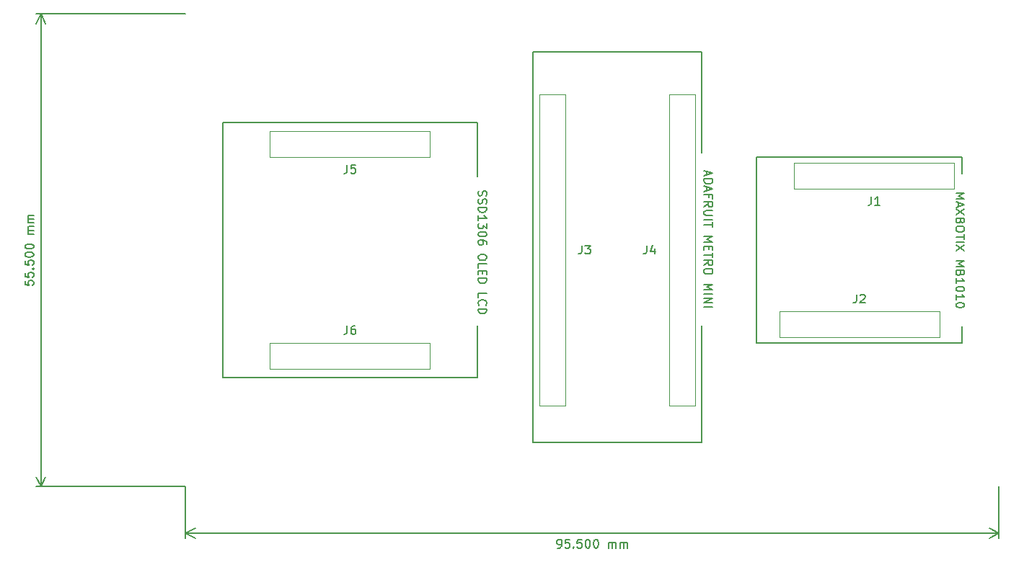
<source format=gbr>
G04 #@! TF.GenerationSoftware,KiCad,Pcbnew,5.1.4+dfsg1-1*
G04 #@! TF.CreationDate,2020-01-05T16:23:31-08:00*
G04 #@! TF.ProjectId,distance_meter_hardware,64697374-616e-4636-955f-6d657465725f,rev?*
G04 #@! TF.SameCoordinates,Original*
G04 #@! TF.FileFunction,Legend,Top*
G04 #@! TF.FilePolarity,Positive*
%FSLAX46Y46*%
G04 Gerber Fmt 4.6, Leading zero omitted, Abs format (unit mm)*
G04 Created by KiCad (PCBNEW 5.1.4+dfsg1-1) date 2020-01-05 16:23:31*
%MOMM*%
%LPD*%
G04 APERTURE LIST*
%ADD10C,0.150000*%
%ADD11C,0.050000*%
G04 APERTURE END LIST*
D10*
X39572380Y-72389047D02*
X39572380Y-72865238D01*
X40048571Y-72912857D01*
X40000952Y-72865238D01*
X39953333Y-72770000D01*
X39953333Y-72531904D01*
X40000952Y-72436666D01*
X40048571Y-72389047D01*
X40143809Y-72341428D01*
X40381904Y-72341428D01*
X40477142Y-72389047D01*
X40524761Y-72436666D01*
X40572380Y-72531904D01*
X40572380Y-72770000D01*
X40524761Y-72865238D01*
X40477142Y-72912857D01*
X39572380Y-71436666D02*
X39572380Y-71912857D01*
X40048571Y-71960476D01*
X40000952Y-71912857D01*
X39953333Y-71817619D01*
X39953333Y-71579523D01*
X40000952Y-71484285D01*
X40048571Y-71436666D01*
X40143809Y-71389047D01*
X40381904Y-71389047D01*
X40477142Y-71436666D01*
X40524761Y-71484285D01*
X40572380Y-71579523D01*
X40572380Y-71817619D01*
X40524761Y-71912857D01*
X40477142Y-71960476D01*
X40477142Y-70960476D02*
X40524761Y-70912857D01*
X40572380Y-70960476D01*
X40524761Y-71008095D01*
X40477142Y-70960476D01*
X40572380Y-70960476D01*
X39572380Y-70008095D02*
X39572380Y-70484285D01*
X40048571Y-70531904D01*
X40000952Y-70484285D01*
X39953333Y-70389047D01*
X39953333Y-70150952D01*
X40000952Y-70055714D01*
X40048571Y-70008095D01*
X40143809Y-69960476D01*
X40381904Y-69960476D01*
X40477142Y-70008095D01*
X40524761Y-70055714D01*
X40572380Y-70150952D01*
X40572380Y-70389047D01*
X40524761Y-70484285D01*
X40477142Y-70531904D01*
X39572380Y-69341428D02*
X39572380Y-69246190D01*
X39620000Y-69150952D01*
X39667619Y-69103333D01*
X39762857Y-69055714D01*
X39953333Y-69008095D01*
X40191428Y-69008095D01*
X40381904Y-69055714D01*
X40477142Y-69103333D01*
X40524761Y-69150952D01*
X40572380Y-69246190D01*
X40572380Y-69341428D01*
X40524761Y-69436666D01*
X40477142Y-69484285D01*
X40381904Y-69531904D01*
X40191428Y-69579523D01*
X39953333Y-69579523D01*
X39762857Y-69531904D01*
X39667619Y-69484285D01*
X39620000Y-69436666D01*
X39572380Y-69341428D01*
X39572380Y-68389047D02*
X39572380Y-68293809D01*
X39620000Y-68198571D01*
X39667619Y-68150952D01*
X39762857Y-68103333D01*
X39953333Y-68055714D01*
X40191428Y-68055714D01*
X40381904Y-68103333D01*
X40477142Y-68150952D01*
X40524761Y-68198571D01*
X40572380Y-68293809D01*
X40572380Y-68389047D01*
X40524761Y-68484285D01*
X40477142Y-68531904D01*
X40381904Y-68579523D01*
X40191428Y-68627142D01*
X39953333Y-68627142D01*
X39762857Y-68579523D01*
X39667619Y-68531904D01*
X39620000Y-68484285D01*
X39572380Y-68389047D01*
X40572380Y-66865238D02*
X39905714Y-66865238D01*
X40000952Y-66865238D02*
X39953333Y-66817619D01*
X39905714Y-66722380D01*
X39905714Y-66579523D01*
X39953333Y-66484285D01*
X40048571Y-66436666D01*
X40572380Y-66436666D01*
X40048571Y-66436666D02*
X39953333Y-66389047D01*
X39905714Y-66293809D01*
X39905714Y-66150952D01*
X39953333Y-66055714D01*
X40048571Y-66008095D01*
X40572380Y-66008095D01*
X40572380Y-65531904D02*
X39905714Y-65531904D01*
X40000952Y-65531904D02*
X39953333Y-65484285D01*
X39905714Y-65389047D01*
X39905714Y-65246190D01*
X39953333Y-65150952D01*
X40048571Y-65103333D01*
X40572380Y-65103333D01*
X40048571Y-65103333D02*
X39953333Y-65055714D01*
X39905714Y-64960476D01*
X39905714Y-64817619D01*
X39953333Y-64722380D01*
X40048571Y-64674761D01*
X40572380Y-64674761D01*
X41420000Y-96520000D02*
X41420000Y-41020000D01*
X58420000Y-96520000D02*
X40833579Y-96520000D01*
X58420000Y-41020000D02*
X40833579Y-41020000D01*
X41420000Y-41020000D02*
X42006421Y-42146504D01*
X41420000Y-41020000D02*
X40833579Y-42146504D01*
X41420000Y-96520000D02*
X42006421Y-95393496D01*
X41420000Y-96520000D02*
X40833579Y-95393496D01*
X102122380Y-103772380D02*
X102312857Y-103772380D01*
X102408095Y-103724761D01*
X102455714Y-103677142D01*
X102550952Y-103534285D01*
X102598571Y-103343809D01*
X102598571Y-102962857D01*
X102550952Y-102867619D01*
X102503333Y-102820000D01*
X102408095Y-102772380D01*
X102217619Y-102772380D01*
X102122380Y-102820000D01*
X102074761Y-102867619D01*
X102027142Y-102962857D01*
X102027142Y-103200952D01*
X102074761Y-103296190D01*
X102122380Y-103343809D01*
X102217619Y-103391428D01*
X102408095Y-103391428D01*
X102503333Y-103343809D01*
X102550952Y-103296190D01*
X102598571Y-103200952D01*
X103503333Y-102772380D02*
X103027142Y-102772380D01*
X102979523Y-103248571D01*
X103027142Y-103200952D01*
X103122380Y-103153333D01*
X103360476Y-103153333D01*
X103455714Y-103200952D01*
X103503333Y-103248571D01*
X103550952Y-103343809D01*
X103550952Y-103581904D01*
X103503333Y-103677142D01*
X103455714Y-103724761D01*
X103360476Y-103772380D01*
X103122380Y-103772380D01*
X103027142Y-103724761D01*
X102979523Y-103677142D01*
X103979523Y-103677142D02*
X104027142Y-103724761D01*
X103979523Y-103772380D01*
X103931904Y-103724761D01*
X103979523Y-103677142D01*
X103979523Y-103772380D01*
X104931904Y-102772380D02*
X104455714Y-102772380D01*
X104408095Y-103248571D01*
X104455714Y-103200952D01*
X104550952Y-103153333D01*
X104789047Y-103153333D01*
X104884285Y-103200952D01*
X104931904Y-103248571D01*
X104979523Y-103343809D01*
X104979523Y-103581904D01*
X104931904Y-103677142D01*
X104884285Y-103724761D01*
X104789047Y-103772380D01*
X104550952Y-103772380D01*
X104455714Y-103724761D01*
X104408095Y-103677142D01*
X105598571Y-102772380D02*
X105693809Y-102772380D01*
X105789047Y-102820000D01*
X105836666Y-102867619D01*
X105884285Y-102962857D01*
X105931904Y-103153333D01*
X105931904Y-103391428D01*
X105884285Y-103581904D01*
X105836666Y-103677142D01*
X105789047Y-103724761D01*
X105693809Y-103772380D01*
X105598571Y-103772380D01*
X105503333Y-103724761D01*
X105455714Y-103677142D01*
X105408095Y-103581904D01*
X105360476Y-103391428D01*
X105360476Y-103153333D01*
X105408095Y-102962857D01*
X105455714Y-102867619D01*
X105503333Y-102820000D01*
X105598571Y-102772380D01*
X106550952Y-102772380D02*
X106646190Y-102772380D01*
X106741428Y-102820000D01*
X106789047Y-102867619D01*
X106836666Y-102962857D01*
X106884285Y-103153333D01*
X106884285Y-103391428D01*
X106836666Y-103581904D01*
X106789047Y-103677142D01*
X106741428Y-103724761D01*
X106646190Y-103772380D01*
X106550952Y-103772380D01*
X106455714Y-103724761D01*
X106408095Y-103677142D01*
X106360476Y-103581904D01*
X106312857Y-103391428D01*
X106312857Y-103153333D01*
X106360476Y-102962857D01*
X106408095Y-102867619D01*
X106455714Y-102820000D01*
X106550952Y-102772380D01*
X108074761Y-103772380D02*
X108074761Y-103105714D01*
X108074761Y-103200952D02*
X108122380Y-103153333D01*
X108217619Y-103105714D01*
X108360476Y-103105714D01*
X108455714Y-103153333D01*
X108503333Y-103248571D01*
X108503333Y-103772380D01*
X108503333Y-103248571D02*
X108550952Y-103153333D01*
X108646190Y-103105714D01*
X108789047Y-103105714D01*
X108884285Y-103153333D01*
X108931904Y-103248571D01*
X108931904Y-103772380D01*
X109408095Y-103772380D02*
X109408095Y-103105714D01*
X109408095Y-103200952D02*
X109455714Y-103153333D01*
X109550952Y-103105714D01*
X109693809Y-103105714D01*
X109789047Y-103153333D01*
X109836666Y-103248571D01*
X109836666Y-103772380D01*
X109836666Y-103248571D02*
X109884285Y-103153333D01*
X109979523Y-103105714D01*
X110122380Y-103105714D01*
X110217619Y-103153333D01*
X110265238Y-103248571D01*
X110265238Y-103772380D01*
X58420000Y-102020000D02*
X153920000Y-102020000D01*
X58420000Y-96520000D02*
X58420000Y-102606421D01*
X153920000Y-96520000D02*
X153920000Y-102606421D01*
X153920000Y-102020000D02*
X152793496Y-102606421D01*
X153920000Y-102020000D02*
X152793496Y-101433579D01*
X58420000Y-102020000D02*
X59546504Y-102606421D01*
X58420000Y-102020000D02*
X59546504Y-101433579D01*
X92819238Y-61809714D02*
X92771619Y-61952571D01*
X92771619Y-62190666D01*
X92819238Y-62285904D01*
X92866857Y-62333523D01*
X92962095Y-62381142D01*
X93057333Y-62381142D01*
X93152571Y-62333523D01*
X93200190Y-62285904D01*
X93247809Y-62190666D01*
X93295428Y-62000190D01*
X93343047Y-61904952D01*
X93390666Y-61857333D01*
X93485904Y-61809714D01*
X93581142Y-61809714D01*
X93676380Y-61857333D01*
X93724000Y-61904952D01*
X93771619Y-62000190D01*
X93771619Y-62238285D01*
X93724000Y-62381142D01*
X92819238Y-62762095D02*
X92771619Y-62904952D01*
X92771619Y-63143047D01*
X92819238Y-63238285D01*
X92866857Y-63285904D01*
X92962095Y-63333523D01*
X93057333Y-63333523D01*
X93152571Y-63285904D01*
X93200190Y-63238285D01*
X93247809Y-63143047D01*
X93295428Y-62952571D01*
X93343047Y-62857333D01*
X93390666Y-62809714D01*
X93485904Y-62762095D01*
X93581142Y-62762095D01*
X93676380Y-62809714D01*
X93724000Y-62857333D01*
X93771619Y-62952571D01*
X93771619Y-63190666D01*
X93724000Y-63333523D01*
X92771619Y-63762095D02*
X93771619Y-63762095D01*
X93771619Y-64000190D01*
X93724000Y-64143047D01*
X93628761Y-64238285D01*
X93533523Y-64285904D01*
X93343047Y-64333523D01*
X93200190Y-64333523D01*
X93009714Y-64285904D01*
X92914476Y-64238285D01*
X92819238Y-64143047D01*
X92771619Y-64000190D01*
X92771619Y-63762095D01*
X92771619Y-65285904D02*
X92771619Y-64714476D01*
X92771619Y-65000190D02*
X93771619Y-65000190D01*
X93628761Y-64904952D01*
X93533523Y-64809714D01*
X93485904Y-64714476D01*
X93771619Y-65619238D02*
X93771619Y-66238285D01*
X93390666Y-65904952D01*
X93390666Y-66047809D01*
X93343047Y-66143047D01*
X93295428Y-66190666D01*
X93200190Y-66238285D01*
X92962095Y-66238285D01*
X92866857Y-66190666D01*
X92819238Y-66143047D01*
X92771619Y-66047809D01*
X92771619Y-65762095D01*
X92819238Y-65666857D01*
X92866857Y-65619238D01*
X93771619Y-66857333D02*
X93771619Y-66952571D01*
X93724000Y-67047809D01*
X93676380Y-67095428D01*
X93581142Y-67143047D01*
X93390666Y-67190666D01*
X93152571Y-67190666D01*
X92962095Y-67143047D01*
X92866857Y-67095428D01*
X92819238Y-67047809D01*
X92771619Y-66952571D01*
X92771619Y-66857333D01*
X92819238Y-66762095D01*
X92866857Y-66714476D01*
X92962095Y-66666857D01*
X93152571Y-66619238D01*
X93390666Y-66619238D01*
X93581142Y-66666857D01*
X93676380Y-66714476D01*
X93724000Y-66762095D01*
X93771619Y-66857333D01*
X93771619Y-68047809D02*
X93771619Y-67857333D01*
X93724000Y-67762095D01*
X93676380Y-67714476D01*
X93533523Y-67619238D01*
X93343047Y-67571619D01*
X92962095Y-67571619D01*
X92866857Y-67619238D01*
X92819238Y-67666857D01*
X92771619Y-67762095D01*
X92771619Y-67952571D01*
X92819238Y-68047809D01*
X92866857Y-68095428D01*
X92962095Y-68143047D01*
X93200190Y-68143047D01*
X93295428Y-68095428D01*
X93343047Y-68047809D01*
X93390666Y-67952571D01*
X93390666Y-67762095D01*
X93343047Y-67666857D01*
X93295428Y-67619238D01*
X93200190Y-67571619D01*
X93771619Y-69524000D02*
X93771619Y-69714476D01*
X93724000Y-69809714D01*
X93628761Y-69904952D01*
X93438285Y-69952571D01*
X93104952Y-69952571D01*
X92914476Y-69904952D01*
X92819238Y-69809714D01*
X92771619Y-69714476D01*
X92771619Y-69524000D01*
X92819238Y-69428761D01*
X92914476Y-69333523D01*
X93104952Y-69285904D01*
X93438285Y-69285904D01*
X93628761Y-69333523D01*
X93724000Y-69428761D01*
X93771619Y-69524000D01*
X92771619Y-70857333D02*
X92771619Y-70381142D01*
X93771619Y-70381142D01*
X93295428Y-71190666D02*
X93295428Y-71524000D01*
X92771619Y-71666857D02*
X92771619Y-71190666D01*
X93771619Y-71190666D01*
X93771619Y-71666857D01*
X92771619Y-72095428D02*
X93771619Y-72095428D01*
X93771619Y-72333523D01*
X93724000Y-72476380D01*
X93628761Y-72571619D01*
X93533523Y-72619238D01*
X93343047Y-72666857D01*
X93200190Y-72666857D01*
X93009714Y-72619238D01*
X92914476Y-72571619D01*
X92819238Y-72476380D01*
X92771619Y-72333523D01*
X92771619Y-72095428D01*
X92771619Y-74333523D02*
X92771619Y-73857333D01*
X93771619Y-73857333D01*
X92866857Y-75238285D02*
X92819238Y-75190666D01*
X92771619Y-75047809D01*
X92771619Y-74952571D01*
X92819238Y-74809714D01*
X92914476Y-74714476D01*
X93009714Y-74666857D01*
X93200190Y-74619238D01*
X93343047Y-74619238D01*
X93533523Y-74666857D01*
X93628761Y-74714476D01*
X93724000Y-74809714D01*
X93771619Y-74952571D01*
X93771619Y-75047809D01*
X93724000Y-75190666D01*
X93676380Y-75238285D01*
X92771619Y-75666857D02*
X93771619Y-75666857D01*
X93771619Y-75904952D01*
X93724000Y-76047809D01*
X93628761Y-76143047D01*
X93533523Y-76190666D01*
X93343047Y-76238285D01*
X93200190Y-76238285D01*
X93009714Y-76190666D01*
X92914476Y-76143047D01*
X92819238Y-76047809D01*
X92771619Y-75904952D01*
X92771619Y-75666857D01*
X92700000Y-83740000D02*
X92700000Y-77652000D01*
X62760000Y-83740000D02*
X92700000Y-83740000D01*
X62760000Y-53800000D02*
X62760000Y-83740000D01*
X92700000Y-53800000D02*
X92700000Y-60152000D01*
X62760000Y-53800000D02*
X92700000Y-53800000D01*
X149580000Y-79720005D02*
X149580000Y-77720005D01*
X149580000Y-57820005D02*
X149580000Y-59820005D01*
X148867619Y-62055719D02*
X149867619Y-62055719D01*
X149153333Y-62389052D01*
X149867619Y-62722385D01*
X148867619Y-62722385D01*
X149153333Y-63150957D02*
X149153333Y-63627147D01*
X148867619Y-63055719D02*
X149867619Y-63389052D01*
X148867619Y-63722385D01*
X149867619Y-63960481D02*
X148867619Y-64627147D01*
X149867619Y-64627147D02*
X148867619Y-63960481D01*
X149391428Y-65341433D02*
X149343809Y-65484290D01*
X149296190Y-65531909D01*
X149200952Y-65579528D01*
X149058095Y-65579528D01*
X148962857Y-65531909D01*
X148915238Y-65484290D01*
X148867619Y-65389052D01*
X148867619Y-65008100D01*
X149867619Y-65008100D01*
X149867619Y-65341433D01*
X149820000Y-65436671D01*
X149772380Y-65484290D01*
X149677142Y-65531909D01*
X149581904Y-65531909D01*
X149486666Y-65484290D01*
X149439047Y-65436671D01*
X149391428Y-65341433D01*
X149391428Y-65008100D01*
X149867619Y-66198576D02*
X149867619Y-66389052D01*
X149820000Y-66484290D01*
X149724761Y-66579528D01*
X149534285Y-66627147D01*
X149200952Y-66627147D01*
X149010476Y-66579528D01*
X148915238Y-66484290D01*
X148867619Y-66389052D01*
X148867619Y-66198576D01*
X148915238Y-66103338D01*
X149010476Y-66008100D01*
X149200952Y-65960481D01*
X149534285Y-65960481D01*
X149724761Y-66008100D01*
X149820000Y-66103338D01*
X149867619Y-66198576D01*
X149867619Y-66912862D02*
X149867619Y-67484290D01*
X148867619Y-67198576D02*
X149867619Y-67198576D01*
X148867619Y-67817624D02*
X149867619Y-67817624D01*
X149867619Y-68198576D02*
X148867619Y-68865243D01*
X149867619Y-68865243D02*
X148867619Y-68198576D01*
X148867619Y-70008100D02*
X149867619Y-70008100D01*
X149153333Y-70341433D01*
X149867619Y-70674766D01*
X148867619Y-70674766D01*
X149391428Y-71484290D02*
X149343809Y-71627147D01*
X149296190Y-71674766D01*
X149200952Y-71722385D01*
X149058095Y-71722385D01*
X148962857Y-71674766D01*
X148915238Y-71627147D01*
X148867619Y-71531909D01*
X148867619Y-71150957D01*
X149867619Y-71150957D01*
X149867619Y-71484290D01*
X149820000Y-71579528D01*
X149772380Y-71627147D01*
X149677142Y-71674766D01*
X149581904Y-71674766D01*
X149486666Y-71627147D01*
X149439047Y-71579528D01*
X149391428Y-71484290D01*
X149391428Y-71150957D01*
X148867619Y-72674766D02*
X148867619Y-72103338D01*
X148867619Y-72389052D02*
X149867619Y-72389052D01*
X149724761Y-72293814D01*
X149629523Y-72198576D01*
X149581904Y-72103338D01*
X149867619Y-73293814D02*
X149867619Y-73389052D01*
X149820000Y-73484290D01*
X149772380Y-73531909D01*
X149677142Y-73579528D01*
X149486666Y-73627147D01*
X149248571Y-73627147D01*
X149058095Y-73579528D01*
X148962857Y-73531909D01*
X148915238Y-73484290D01*
X148867619Y-73389052D01*
X148867619Y-73293814D01*
X148915238Y-73198576D01*
X148962857Y-73150957D01*
X149058095Y-73103338D01*
X149248571Y-73055719D01*
X149486666Y-73055719D01*
X149677142Y-73103338D01*
X149772380Y-73150957D01*
X149820000Y-73198576D01*
X149867619Y-73293814D01*
X148867619Y-74579528D02*
X148867619Y-74008100D01*
X148867619Y-74293814D02*
X149867619Y-74293814D01*
X149724761Y-74198576D01*
X149629523Y-74103338D01*
X149581904Y-74008100D01*
X149867619Y-75198576D02*
X149867619Y-75293814D01*
X149820000Y-75389052D01*
X149772380Y-75436671D01*
X149677142Y-75484290D01*
X149486666Y-75531909D01*
X149248571Y-75531909D01*
X149058095Y-75484290D01*
X148962857Y-75436671D01*
X148915238Y-75389052D01*
X148867619Y-75293814D01*
X148867619Y-75198576D01*
X148915238Y-75103338D01*
X148962857Y-75055719D01*
X149058095Y-75008100D01*
X149248571Y-74960481D01*
X149486666Y-74960481D01*
X149677142Y-75008100D01*
X149772380Y-75055719D01*
X149820000Y-75103338D01*
X149867619Y-75198576D01*
X125480000Y-79720005D02*
X125480000Y-57820005D01*
X149580000Y-79720005D02*
X125480000Y-79720005D01*
X125480000Y-57820005D02*
X149580000Y-57820005D01*
X118980000Y-91360000D02*
X118980000Y-77660000D01*
X118980000Y-45460000D02*
X118980000Y-57340000D01*
X119591333Y-59500000D02*
X119591333Y-59976190D01*
X119305619Y-59404761D02*
X120305619Y-59738095D01*
X119305619Y-60071428D01*
X119305619Y-60404761D02*
X120305619Y-60404761D01*
X120305619Y-60642857D01*
X120258000Y-60785714D01*
X120162761Y-60880952D01*
X120067523Y-60928571D01*
X119877047Y-60976190D01*
X119734190Y-60976190D01*
X119543714Y-60928571D01*
X119448476Y-60880952D01*
X119353238Y-60785714D01*
X119305619Y-60642857D01*
X119305619Y-60404761D01*
X119591333Y-61357142D02*
X119591333Y-61833333D01*
X119305619Y-61261904D02*
X120305619Y-61595238D01*
X119305619Y-61928571D01*
X119829428Y-62595238D02*
X119829428Y-62261904D01*
X119305619Y-62261904D02*
X120305619Y-62261904D01*
X120305619Y-62738095D01*
X119305619Y-63690476D02*
X119781809Y-63357142D01*
X119305619Y-63119047D02*
X120305619Y-63119047D01*
X120305619Y-63500000D01*
X120258000Y-63595238D01*
X120210380Y-63642857D01*
X120115142Y-63690476D01*
X119972285Y-63690476D01*
X119877047Y-63642857D01*
X119829428Y-63595238D01*
X119781809Y-63500000D01*
X119781809Y-63119047D01*
X120305619Y-64119047D02*
X119496095Y-64119047D01*
X119400857Y-64166666D01*
X119353238Y-64214285D01*
X119305619Y-64309523D01*
X119305619Y-64500000D01*
X119353238Y-64595238D01*
X119400857Y-64642857D01*
X119496095Y-64690476D01*
X120305619Y-64690476D01*
X119305619Y-65166666D02*
X120305619Y-65166666D01*
X120305619Y-65500000D02*
X120305619Y-66071428D01*
X119305619Y-65785714D02*
X120305619Y-65785714D01*
X119305619Y-67166666D02*
X120305619Y-67166666D01*
X119591333Y-67500000D01*
X120305619Y-67833333D01*
X119305619Y-67833333D01*
X119829428Y-68309523D02*
X119829428Y-68642857D01*
X119305619Y-68785714D02*
X119305619Y-68309523D01*
X120305619Y-68309523D01*
X120305619Y-68785714D01*
X120305619Y-69071428D02*
X120305619Y-69642857D01*
X119305619Y-69357142D02*
X120305619Y-69357142D01*
X119305619Y-70547619D02*
X119781809Y-70214285D01*
X119305619Y-69976190D02*
X120305619Y-69976190D01*
X120305619Y-70357142D01*
X120258000Y-70452380D01*
X120210380Y-70500000D01*
X120115142Y-70547619D01*
X119972285Y-70547619D01*
X119877047Y-70500000D01*
X119829428Y-70452380D01*
X119781809Y-70357142D01*
X119781809Y-69976190D01*
X120305619Y-71166666D02*
X120305619Y-71357142D01*
X120258000Y-71452380D01*
X120162761Y-71547619D01*
X119972285Y-71595238D01*
X119638952Y-71595238D01*
X119448476Y-71547619D01*
X119353238Y-71452380D01*
X119305619Y-71357142D01*
X119305619Y-71166666D01*
X119353238Y-71071428D01*
X119448476Y-70976190D01*
X119638952Y-70928571D01*
X119972285Y-70928571D01*
X120162761Y-70976190D01*
X120258000Y-71071428D01*
X120305619Y-71166666D01*
X119305619Y-72785714D02*
X120305619Y-72785714D01*
X119591333Y-73119047D01*
X120305619Y-73452380D01*
X119305619Y-73452380D01*
X119305619Y-73928571D02*
X120305619Y-73928571D01*
X119305619Y-74404761D02*
X120305619Y-74404761D01*
X119305619Y-74976190D01*
X120305619Y-74976190D01*
X119305619Y-75452380D02*
X120305619Y-75452380D01*
X99200000Y-91360000D02*
X118980000Y-91360000D01*
X99200000Y-45460000D02*
X99200000Y-91360000D01*
X99200000Y-45460000D02*
X118980000Y-45460000D01*
D11*
X148658000Y-61544005D02*
X129862000Y-61544005D01*
X129862000Y-61544005D02*
X129862000Y-58496005D01*
X129862000Y-58496005D02*
X148658000Y-58496005D01*
X148658000Y-58496005D02*
X148658000Y-61544005D01*
X146928000Y-75996005D02*
X146928000Y-79044005D01*
X128132000Y-75996005D02*
X146928000Y-75996005D01*
X128132000Y-79044005D02*
X128132000Y-75996005D01*
X146928000Y-79044005D02*
X128132000Y-79044005D01*
X102994000Y-50482000D02*
X102994000Y-87058000D01*
X102994000Y-87058000D02*
X99946000Y-87058000D01*
X99946000Y-87058000D02*
X99946000Y-50482000D01*
X99946000Y-50482000D02*
X102994000Y-50482000D01*
X115186000Y-50482000D02*
X118234000Y-50482000D01*
X115186000Y-87058000D02*
X115186000Y-50482000D01*
X118234000Y-87058000D02*
X115186000Y-87058000D01*
X118234000Y-50482000D02*
X118234000Y-87058000D01*
X87128000Y-54776000D02*
X87128000Y-57824000D01*
X68332000Y-54776000D02*
X87128000Y-54776000D01*
X68332000Y-57824000D02*
X68332000Y-54776000D01*
X87128000Y-57824000D02*
X68332000Y-57824000D01*
X87128000Y-82734000D02*
X68332000Y-82734000D01*
X68332000Y-82734000D02*
X68332000Y-79686000D01*
X68332000Y-79686000D02*
X87128000Y-79686000D01*
X87128000Y-79686000D02*
X87128000Y-82734000D01*
D10*
X138926666Y-62472380D02*
X138926666Y-63186666D01*
X138879047Y-63329523D01*
X138783809Y-63424761D01*
X138640952Y-63472380D01*
X138545714Y-63472380D01*
X139926666Y-63472380D02*
X139355238Y-63472380D01*
X139640952Y-63472380D02*
X139640952Y-62472380D01*
X139545714Y-62615238D01*
X139450476Y-62710476D01*
X139355238Y-62758095D01*
X137196666Y-73972385D02*
X137196666Y-74686671D01*
X137149047Y-74829528D01*
X137053809Y-74924766D01*
X136910952Y-74972385D01*
X136815714Y-74972385D01*
X137625238Y-74067624D02*
X137672857Y-74020005D01*
X137768095Y-73972385D01*
X138006190Y-73972385D01*
X138101428Y-74020005D01*
X138149047Y-74067624D01*
X138196666Y-74162862D01*
X138196666Y-74258100D01*
X138149047Y-74400957D01*
X137577619Y-74972385D01*
X138196666Y-74972385D01*
X104946666Y-68222380D02*
X104946666Y-68936666D01*
X104899047Y-69079523D01*
X104803809Y-69174761D01*
X104660952Y-69222380D01*
X104565714Y-69222380D01*
X105327619Y-68222380D02*
X105946666Y-68222380D01*
X105613333Y-68603333D01*
X105756190Y-68603333D01*
X105851428Y-68650952D01*
X105899047Y-68698571D01*
X105946666Y-68793809D01*
X105946666Y-69031904D01*
X105899047Y-69127142D01*
X105851428Y-69174761D01*
X105756190Y-69222380D01*
X105470476Y-69222380D01*
X105375238Y-69174761D01*
X105327619Y-69127142D01*
X112566666Y-68222380D02*
X112566666Y-68936666D01*
X112519047Y-69079523D01*
X112423809Y-69174761D01*
X112280952Y-69222380D01*
X112185714Y-69222380D01*
X113471428Y-68555714D02*
X113471428Y-69222380D01*
X113233333Y-68174761D02*
X112995238Y-68889047D01*
X113614285Y-68889047D01*
X77396666Y-58752380D02*
X77396666Y-59466666D01*
X77349047Y-59609523D01*
X77253809Y-59704761D01*
X77110952Y-59752380D01*
X77015714Y-59752380D01*
X78349047Y-58752380D02*
X77872857Y-58752380D01*
X77825238Y-59228571D01*
X77872857Y-59180952D01*
X77968095Y-59133333D01*
X78206190Y-59133333D01*
X78301428Y-59180952D01*
X78349047Y-59228571D01*
X78396666Y-59323809D01*
X78396666Y-59561904D01*
X78349047Y-59657142D01*
X78301428Y-59704761D01*
X78206190Y-59752380D01*
X77968095Y-59752380D01*
X77872857Y-59704761D01*
X77825238Y-59657142D01*
X77396666Y-77662380D02*
X77396666Y-78376666D01*
X77349047Y-78519523D01*
X77253809Y-78614761D01*
X77110952Y-78662380D01*
X77015714Y-78662380D01*
X78301428Y-77662380D02*
X78110952Y-77662380D01*
X78015714Y-77710000D01*
X77968095Y-77757619D01*
X77872857Y-77900476D01*
X77825238Y-78090952D01*
X77825238Y-78471904D01*
X77872857Y-78567142D01*
X77920476Y-78614761D01*
X78015714Y-78662380D01*
X78206190Y-78662380D01*
X78301428Y-78614761D01*
X78349047Y-78567142D01*
X78396666Y-78471904D01*
X78396666Y-78233809D01*
X78349047Y-78138571D01*
X78301428Y-78090952D01*
X78206190Y-78043333D01*
X78015714Y-78043333D01*
X77920476Y-78090952D01*
X77872857Y-78138571D01*
X77825238Y-78233809D01*
M02*

</source>
